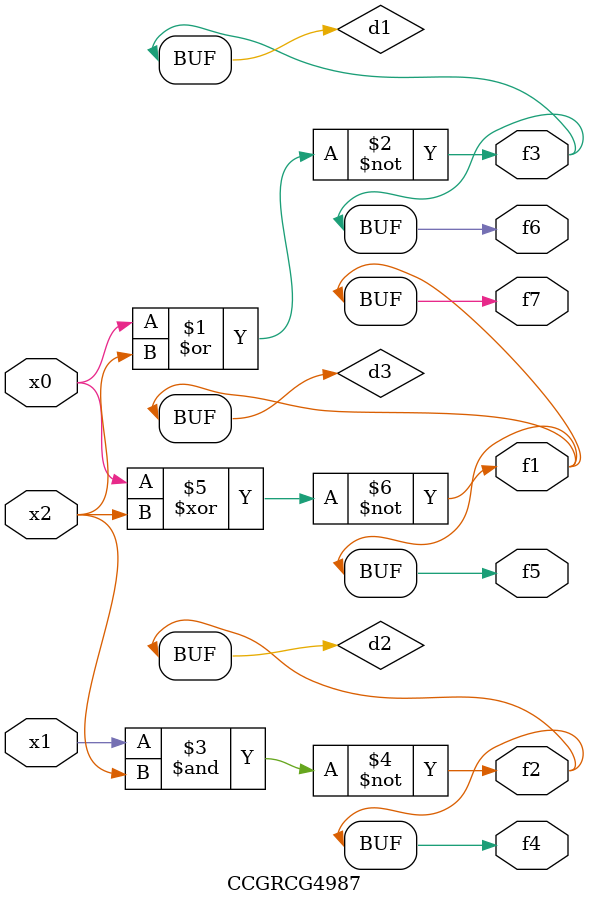
<source format=v>
module CCGRCG4987(
	input x0, x1, x2,
	output f1, f2, f3, f4, f5, f6, f7
);

	wire d1, d2, d3;

	nor (d1, x0, x2);
	nand (d2, x1, x2);
	xnor (d3, x0, x2);
	assign f1 = d3;
	assign f2 = d2;
	assign f3 = d1;
	assign f4 = d2;
	assign f5 = d3;
	assign f6 = d1;
	assign f7 = d3;
endmodule

</source>
